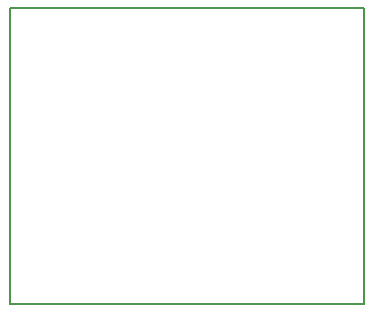
<source format=gbr>
G04 #@! TF.GenerationSoftware,KiCad,Pcbnew,(6.0.4)*
G04 #@! TF.CreationDate,2022-04-19T23:10:38+02:00*
G04 #@! TF.ProjectId,Wt_rnik_oscyloskopowy_JFET,5774f372-6e69-46b5-9f6f-7363796c6f73,rev?*
G04 #@! TF.SameCoordinates,Original*
G04 #@! TF.FileFunction,Profile,NP*
%FSLAX46Y46*%
G04 Gerber Fmt 4.6, Leading zero omitted, Abs format (unit mm)*
G04 Created by KiCad (PCBNEW (6.0.4)) date 2022-04-19 23:10:38*
%MOMM*%
%LPD*%
G01*
G04 APERTURE LIST*
G04 #@! TA.AperFunction,Profile*
%ADD10C,0.150000*%
G04 #@! TD*
G04 APERTURE END LIST*
D10*
X99900000Y-69000000D02*
X129900000Y-69000000D01*
X129900000Y-69000000D02*
X129900000Y-94000000D01*
X129900000Y-94000000D02*
X99900000Y-94000000D01*
X99900000Y-94000000D02*
X99900000Y-69000000D01*
M02*

</source>
